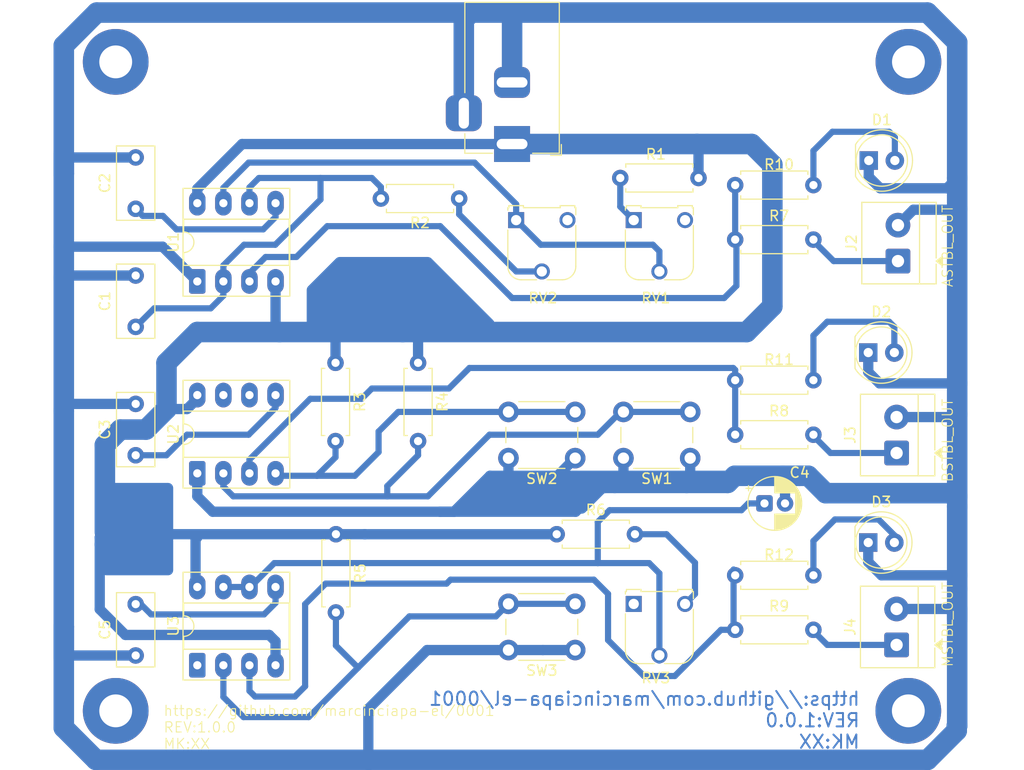
<source format=kicad_pcb>
(kicad_pcb (version 20241229) (generator "pcbnew") (generator_version "9.0")
  (title_block (title "${PROJECTNAME}") (date "${CURRENT_DATE}") (rev "${VERSION}") (company "${GH_REPO}"))
  (layers (0 "F.Cu" signal) (2 "B.Cu" signal) (13 "F.Paste" user) (15 "B.Paste" user) (5 "F.SilkS" user "F.Silkscreen") (7 "B.SilkS" user "B.Silkscreen") (1 "F.Mask" user) (3 "B.Mask" user) (25 "Edge.Cuts" user))
  (property "GH_REPO" "https://github.com/marcinciapa-el/0001")
  (property "VERSION" "1.0.0")
  (net 0 "")
  (net 1 "GND")
  (net 2 "Net-(U1-THR)")
  (net 3 "Net-(U1-CV)")
  (net 4 "Net-(U2-CV)")
  (net 5 "Net-(U3-DIS)")
  (net 6 "Net-(U3-CV)")
  (net 7 "VCC")
  (net 8 "/ASTBL_OUT")
  (net 9 "/BSTBL_OUT")
  (net 10 "/MSTBL_OUT")
  (net 11 "Net-(R1-Pad2)")
  (net 12 "Net-(R2-Pad1)")
  (net 13 "Net-(U2-R)")
  (net 14 "Net-(U2-TR)")
  (net 15 "Net-(U3-TR)")
  (net 16 "Net-(R6-Pad2)")
  (net 17 "Net-(U1-Q)")
  (net 18 "Net-(U2-Q)")
  (net 19 "Net-(U3-Q)")
  (net 20 "Net-(U1-DIS)")
  (net 26 "Net-(D1-A)")
  (net 27 "Net-(D2-A)")
  (net 28 "Net-(D3-A)")
  (footprint "Resistor_THT:R_Axial_DIN0207_L6.3mm_D2.5mm_P7.62mm_Horizontal" (layer "F.Cu") (at 166.725683 83.308634)
    (property "Reference" "R7" (at 4.274317 -2.308634 0) (layer "F.SilkS"))
    (property "Value" "1k")
    (pad "1" thru_hole circle (at 0 0) (size 1.6 1.6) (drill 0.8) (layers "*.Cu" "*.Mask") (net 17 "Net-(U1-Q)"))
    (pad "2" thru_hole circle (at 7.62 0) (size 1.6 1.6) (drill 0.8) (layers "*.Cu" "*.Mask") (net 8 "/ASTBL_OUT"))
  )
  (footprint "Potentiometer_THT:Potentiometer_Runtron_RM-065_Vertical" (layer "F.Cu") (at 156.845683 81.410595)
    (property "Reference" "RV1" (at 2.154317 7.589405 0) (layer "F.SilkS"))
    (property "Value" "1M")
    (pad "1" thru_hole rect (at 0 0) (size 1.56 1.56) (drill 1) (layers "*.Cu" "*.Mask") (net 11 "Net-(R1-Pad2)"))
    (pad "2" thru_hole circle (at 2.5 5) (size 1.56 1.56) (drill 1) (layers "*.Cu" "*.Mask") (net 20 "Net-(U1-DIS)"))
    (pad "3" thru_hole circle (at 5 0) (size 1.56 1.56) (drill 1) (layers "*.Cu" "*.Mask"))
  )
  (footprint "LED_THT:LED_D5.0mm" (layer "F.Cu") (at 179.685683 112.808634)
    (property "Reference" "D3" (at 1.27 -3.96 0) (layer "F.SilkS"))
    (property "Value" "YELLOW")
    (pad "1" thru_hole rect (at 0 0) (size 1.8 1.8) (drill 0.9) (layers "*.Cu" "*.Mask") (net 1 "GND"))
    (pad "2" thru_hole circle (at 2.54 0) (size 1.8 1.8) (drill 0.9) (layers "*.Cu" "*.Mask") (net 28 "Net-(D3-A)"))
  )
  (footprint "LED_THT:LED_D5.0mm" (layer "F.Cu") (at 179.735415 75.606687)
    (property "Reference" "D1" (at 1.27 -3.96 0) (layer "F.SilkS"))
    (property "Value" "RED")
    (pad "1" thru_hole rect (at 0 0) (size 1.8 1.8) (drill 0.9) (layers "*.Cu" "*.Mask") (net 1 "GND"))
    (pad "2" thru_hole circle (at 2.54 0) (size 1.8 1.8) (drill 0.9) (layers "*.Cu" "*.Mask") (net 26 "Net-(D1-A)"))
  )
  (footprint "Capacitor_THT:C_Rect_L7.0mm_W3.5mm_P5.00mm" (layer "F.Cu") (at 108.345683 118.808634 -90)
    (property "Reference" "C5" (at 2.5 3 90) (layer "F.SilkS"))
    (property "Value" "10nF")
    (pad "1" thru_hole circle (at 0 0 270) (size 1.6 1.6) (drill 0.8) (layers "*.Cu" "*.Mask") (net 6 "Net-(U3-CV)"))
    (pad "2" thru_hole circle (at 5 0 270) (size 1.6 1.6) (drill 0.8) (layers "*.Cu" "*.Mask") (net 1 "GND"))
  )
  (footprint "Resistor_THT:R_Axial_DIN0207_L6.3mm_D2.5mm_P7.62mm_Horizontal" (layer "F.Cu") (at 127.805798 95.308633 -90)
    (property "Reference" "R3" (at 3.81 -2.37 90) (layer "F.SilkS"))
    (property "Value" "10k")
    (pad "1" thru_hole circle (at 0 0 270) (size 1.6 1.6) (drill 0.8) (layers "*.Cu" "*.Mask") (net 7 "VCC"))
    (pad "2" thru_hole circle (at 7.62 0 270) (size 1.6 1.6) (drill 0.8) (layers "*.Cu" "*.Mask") (net 13 "Net-(U2-R)"))
  )
  (footprint "Button_Switch_THT:SW_PUSH_6mm_H4.3mm" (layer "F.Cu") (at 151.146456 123.278517 180)
    (property "Reference" "SW3" (at 3.25 -2 0) (layer "F.SilkS"))
    (property "Value" "SW_Push")
    (pad "1" thru_hole circle (at 0 0 270) (size 2 2) (drill 1.1) (layers "*.Cu" "*.Mask") (net 1 "GND"))
    (pad "1" thru_hole circle (at 6.5 0 270) (size 2 2) (drill 1.1) (layers "*.Cu" "*.Mask") (net 1 "GND"))
    (pad "2" thru_hole circle (at 0 4.5 270) (size 2 2) (drill 1.1) (layers "*.Cu" "*.Mask") (net 15 "Net-(U3-TR)"))
    (pad "2" thru_hole circle (at 6.5 4.5 270) (size 2 2) (drill 1.1) (layers "*.Cu" "*.Mask") (net 15 "Net-(U3-TR)"))
  )
  (footprint "TerminalBlock_4Ucon:TerminalBlock_4Ucon_1x02_P3.50mm_Horizontal" (layer "F.Cu") (at 182.446929 104.089556 90)
    (property "Reference" "J3" (at 1.75 -4.52 90) (layer "F.SilkS"))
    (property "Value" "BSTBL_OUT")
    (pad "1" thru_hole roundrect (at 0 0 90) (size 2.4 2.4) (drill 1.2) (layers "*.Cu" "*.Mask") (roundrect_rratio 0.104167) (net 9 "/BSTBL_OUT"))
    (pad "2" thru_hole circle (at 3.5 0 90) (size 2.4 2.4) (drill 1.2) (layers "*.Cu" "*.Mask") (net 1 "GND"))
  )
  (footprint "Resistor_THT:R_Axial_DIN0207_L6.3mm_D2.5mm_P7.62mm_Horizontal" (layer "F.Cu") (at 139.845683 79.308634 180)
    (property "Reference" "R2" (at 3.81 -2.37 0) (layer "F.SilkS"))
    (property "Value" "1k")
    (pad "1" thru_hole circle (at 0 0 180) (size 1.6 1.6) (drill 0.8) (layers "*.Cu" "*.Mask") (net 12 "Net-(R2-Pad1)"))
    (pad "2" thru_hole circle (at 7.62 0 180) (size 1.6 1.6) (drill 0.8) (layers "*.Cu" "*.Mask") (net 2 "Net-(U1-THR)"))
  )
  (footprint "Resistor_THT:R_Axial_DIN0207_L6.3mm_D2.5mm_P7.62mm_Horizontal" (layer "F.Cu") (at 149.345683 112)
    (property "Reference" "R6" (at 3.81 -2.37 0) (layer "F.SilkS"))
    (property "Value" "1k")
    (pad "1" thru_hole circle (at 0 0) (size 1.6 1.6) (drill 0.8) (layers "*.Cu" "*.Mask") (net 7 "VCC"))
    (pad "2" thru_hole circle (at 7.62 0) (size 1.6 1.6) (drill 0.8) (layers "*.Cu" "*.Mask") (net 16 "Net-(R6-Pad2)"))
  )
  (footprint "Resistor_THT:R_Axial_DIN0207_L6.3mm_D2.5mm_P7.62mm_Horizontal" (layer "F.Cu") (at 166.725683 116)
    (property "Reference" "R12" (at 4.274317 -2 0) (layer "F.SilkS"))
    (property "Value" "10k")
    (pad "1" thru_hole circle (at 0 0) (size 1.6 1.6) (drill 0.8) (layers "*.Cu" "*.Mask") (net 19 "Net-(U3-Q)"))
    (pad "2" thru_hole circle (at 7.62 0) (size 1.6 1.6) (drill 0.8) (layers "*.Cu" "*.Mask") (net 28 "Net-(D3-A)"))
  )
  (footprint "Resistor_THT:R_Axial_DIN0207_L6.3mm_D2.5mm_P7.62mm_Horizontal" (layer "F.Cu") (at 166.725683 102.308634)
    (property "Reference" "R8" (at 4.274317 -2.308634 0) (layer "F.SilkS"))
    (property "Value" "1k")
    (pad "1" thru_hole circle (at 0 0) (size 1.6 1.6) (drill 0.8) (layers "*.Cu" "*.Mask") (net 18 "Net-(U2-Q)"))
    (pad "2" thru_hole circle (at 7.62 0) (size 1.6 1.6) (drill 0.8) (layers "*.Cu" "*.Mask") (net 9 "/BSTBL_OUT"))
  )
  (footprint "Resistor_THT:R_Axial_DIN0207_L6.3mm_D2.5mm_P7.62mm_Horizontal" (layer "F.Cu") (at 166.725683 78)
    (property "Reference" "R10" (at 4.274317 -2 0) (layer "F.SilkS"))
    (property "Value" "10k")
    (pad "1" thru_hole circle (at 0 0) (size 1.6 1.6) (drill 0.8) (layers "*.Cu" "*.Mask") (net 17 "Net-(U1-Q)"))
    (pad "2" thru_hole circle (at 7.62 0) (size 1.6 1.6) (drill 0.8) (layers "*.Cu" "*.Mask") (net 26 "Net-(D1-A)"))
  )
  (footprint "Resistor_THT:R_Axial_DIN0207_L6.3mm_D2.5mm_P7.62mm_Horizontal" (layer "F.Cu") (at 166.725683 97)
    (property "Reference" "R11" (at 4.274317 -2 0) (layer "F.SilkS"))
    (property "Value" "10k")
    (pad "1" thru_hole circle (at 0 0) (size 1.6 1.6) (drill 0.8) (layers "*.Cu" "*.Mask") (net 18 "Net-(U2-Q)"))
    (pad "2" thru_hole circle (at 7.62 0) (size 1.6 1.6) (drill 0.8) (layers "*.Cu" "*.Mask") (net 27 "Net-(D2-A)"))
  )
  (footprint "Button_Switch_THT:SW_PUSH_6mm_H4.3mm" (layer "F.Cu") (at 162.345683 104.589556 180)
    (property "Reference" "SW1" (at 3.25 -2 0) (layer "F.SilkS"))
    (property "Value" "SW_Push")
    (pad "1" thru_hole circle (at 0 0 270) (size 2 2) (drill 1.1) (layers "*.Cu" "*.Mask") (net 1 "GND"))
    (pad "1" thru_hole circle (at 6.5 0 270) (size 2 2) (drill 1.1) (layers "*.Cu" "*.Mask") (net 1 "GND"))
    (pad "2" thru_hole circle (at 0 4.5 270) (size 2 2) (drill 1.1) (layers "*.Cu" "*.Mask") (net 14 "Net-(U2-TR)"))
    (pad "2" thru_hole circle (at 6.5 4.5 270) (size 2 2) (drill 1.1) (layers "*.Cu" "*.Mask") (net 14 "Net-(U2-TR)"))
  )
  (footprint "Package_DIP:DIP-8_W7.62mm_Socket_LongPads" (layer "F.Cu") (at 114.345683 106.069233 90)
    (property "Reference" "U2" (at 3.81 -2.33 90) (layer "F.SilkS"))
    (property "Value" "NE555P")
    (pad "1" thru_hole roundrect (at 0 0 90) (size 2.4 1.6) (drill 0.8) (layers "*.Cu" "*.Mask") (roundrect_rratio 0.15625) (net 1 "GND"))
    (pad "2" thru_hole oval (at 0 2.54 90) (size 2.4 1.6) (drill 0.8) (layers "*.Cu" "*.Mask") (net 14 "Net-(U2-TR)"))
    (pad "3" thru_hole oval (at 0 5.08 90) (size 2.4 1.6) (drill 0.8) (layers "*.Cu" "*.Mask") (net 18 "Net-(U2-Q)"))
    (pad "4" thru_hole oval (at 0 7.62 90) (size 2.4 1.6) (drill 0.8) (layers "*.Cu" "*.Mask") (net 13 "Net-(U2-R)"))
    (pad "5" thru_hole oval (at 7.62 7.62 90) (size 2.4 1.6) (drill 0.8) (layers "*.Cu" "*.Mask") (net 4 "Net-(U2-CV)"))
    (pad "6" thru_hole oval (at 7.62 5.08 90) (size 2.4 1.6) (drill 0.8) (layers "*.Cu" "*.Mask"))
    (pad "7" thru_hole oval (at 7.62 2.54 90) (size 2.4 1.6) (drill 0.8) (layers "*.Cu" "*.Mask"))
    (pad "8" thru_hole oval (at 7.62 0 90) (size 2.4 1.6) (drill 0.8) (layers "*.Cu" "*.Mask") (net 7 "VCC"))
  )
  (footprint "Connector_BarrelJack:BarrelJack_Horizontal" (layer "F.Cu") (at 145 74 -90)
    (property "Reference" "J1" (hide yes))
    (property "Value" "DC_IN")
    (pad "1" thru_hole rect (at 0 0 270) (size 3.5 3.5) (drill oval 1 3) (layers "*.Cu" "*.Mask") (net 7 "VCC"))
    (pad "2" thru_hole roundrect (at -6 0 270) (size 3 3.5) (drill oval 1 3) (layers "*.Cu" "*.Mask") (net 1 "GND"))
    (pad "3" thru_hole roundrect (at -3 4.7 270) (size 3.5 3.5) (drill oval 3 1) (layers "*.Cu" "*.Mask") (net 1 "GND"))
  )
  (footprint "Resistor_THT:R_Axial_DIN0207_L6.3mm_D2.5mm_P7.62mm_Horizontal" (layer "F.Cu") (at 166.725683 121.308634)
    (property "Reference" "R9" (at 4.274317 -2.308634 0) (layer "F.SilkS"))
    (property "Value" "1k")
    (pad "1" thru_hole circle (at 0 0) (size 1.6 1.6) (drill 0.8) (layers "*.Cu" "*.Mask") (net 19 "Net-(U3-Q)"))
    (pad "2" thru_hole circle (at 7.62 0) (size 1.6 1.6) (drill 0.8) (layers "*.Cu" "*.Mask") (net 10 "/MSTBL_OUT"))
  )
  (footprint "TerminalBlock_4Ucon:TerminalBlock_4Ucon_1x02_P3.50mm_Horizontal" (layer "F.Cu") (at 182.57862 85.400595 90)
    (property "Reference" "J2" (at 1.75 -4.52 90) (layer "F.SilkS"))
    (property "Value" "ASTBL_OUT")
    (pad "1" thru_hole roundrect (at 0 0 90) (size 2.4 2.4) (drill 1.2) (layers "*.Cu" "*.Mask") (roundrect_rratio 0.104167) (net 8 "/ASTBL_OUT"))
    (pad "2" thru_hole circle (at 3.5 0 90) (size 2.4 2.4) (drill 1.2) (layers "*.Cu" "*.Mask") (net 1 "GND"))
  )
  (footprint "TerminalBlock_4Ucon:TerminalBlock_4Ucon_1x02_P3.50mm_Horizontal" (layer "F.Cu") (at 182.446929 122.778517 90)
    (property "Reference" "J4" (at 1.75 -4.52 90) (layer "F.SilkS"))
    (property "Value" "MSTBL_OUT")
    (pad "1" thru_hole roundrect (at 0 0 90) (size 2.4 2.4) (drill 1.2) (layers "*.Cu" "*.Mask") (roundrect_rratio 0.104167) (net 10 "/MSTBL_OUT"))
    (pad "2" thru_hole circle (at 3.5 0 90) (size 2.4 2.4) (drill 1.2) (layers "*.Cu" "*.Mask") (net 1 "GND"))
  )
  (footprint "LED_THT:LED_D5.0mm" (layer "F.Cu") (at 179.685683 94.308634)
    (property "Reference" "D2" (at 1.27 -3.96 0) (layer "F.SilkS"))
    (property "Value" "GREEN")
    (pad "1" thru_hole rect (at 0 0) (size 1.8 1.8) (drill 0.9) (layers "*.Cu" "*.Mask") (net 1 "GND"))
    (pad "2" thru_hole circle (at 2.54 0) (size 1.8 1.8) (drill 0.9) (layers "*.Cu" "*.Mask") (net 27 "Net-(D2-A)"))
  )
  (footprint "MountingHole:MountingHole_3.2mm_M3_Pad" (layer "F.Cu") (at 183.6 66)
    (property "Reference" "REF**" (hide yes))
    (property "Value" "MountingHole_3.2mm_M3_Pad")
    (pad "1" thru_hole circle (at 0 0) (size 6.4 6.4) (drill 3.2) (layers "*.Cu" "*.Mask"))
  )
  (footprint "Capacitor_THT:C_Rect_L7.0mm_W3.5mm_P5.00mm" (layer "F.Cu") (at 108.345683 104.308634 90)
    (property "Reference" "C3" (at 2.5 -3 90) (layer "F.SilkS"))
    (property "Value" "10nF")
    (pad "1" thru_hole circle (at 0 0 90) (size 1.6 1.6) (drill 0.8) (layers "*.Cu" "*.Mask") (net 4 "Net-(U2-CV)"))
    (pad "2" thru_hole circle (at 5 0 90) (size 1.6 1.6) (drill 0.8) (layers "*.Cu" "*.Mask") (net 1 "GND"))
  )
  (footprint "Button_Switch_THT:SW_PUSH_6mm_H4.3mm" (layer "F.Cu") (at 151.146456 104.589556 180)
    (property "Reference" "SW2" (at 3.25 -2 0) (layer "F.SilkS"))
    (property "Value" "SW_Push")
    (pad "1" thru_hole circle (at 0 0 270) (size 2 2) (drill 1.1) (layers "*.Cu" "*.Mask") (net 1 "GND"))
    (pad "1" thru_hole circle (at 6.5 0 270) (size 2 2) (drill 1.1) (layers "*.Cu" "*.Mask") (net 1 "GND"))
    (pad "2" thru_hole circle (at 0 4.5 270) (size 2 2) (drill 1.1) (layers "*.Cu" "*.Mask") (net 13 "Net-(U2-R)"))
    (pad "2" thru_hole circle (at 6.5 4.5 270) (size 2 2) (drill 1.1) (layers "*.Cu" "*.Mask") (net 13 "Net-(U2-R)"))
  )
  (footprint "MountingHole:MountingHole_3.2mm_M3_Pad" (layer "F.Cu") (at 106.4 129.199058)
    (property "Reference" "REF**" (hide yes))
    (property "Value" "MountingHole_3.2mm_M3_Pad")
    (pad "1" thru_hole circle (at 0 0) (size 6.4 6.4) (drill 3.2) (layers "*.Cu" "*.Mask"))
  )
  (footprint "Resistor_THT:R_Axial_DIN0207_L6.3mm_D2.5mm_P7.62mm_Horizontal" (layer "F.Cu") (at 163.155683 77.308634 180)
    (property "Reference" "R1" (at 4.155683 2.308634 0) (layer "F.SilkS"))
    (property "Value" "1k")
    (pad "1" thru_hole circle (at 0 0 180) (size 1.6 1.6) (drill 0.8) (layers "*.Cu" "*.Mask") (net 7 "VCC"))
    (pad "2" thru_hole circle (at 7.62 0 180) (size 1.6 1.6) (drill 0.8) (layers "*.Cu" "*.Mask") (net 11 "Net-(R1-Pad2)"))
  )
  (footprint "Package_DIP:DIP-8_W7.62mm_Socket_LongPads" (layer "F.Cu") (at 114.345683 124.758194 90)
    (property "Reference" "U3" (at 3.81 -2.33 90) (layer "F.SilkS"))
    (property "Value" "NE555P")
    (pad "1" thru_hole roundrect (at 0 0 90) (size 2.4 1.6) (drill 0.8) (layers "*.Cu" "*.Mask") (roundrect_rratio 0.15625) (net 1 "GND"))
    (pad "2" thru_hole oval (at 0 2.54 90) (size 2.4 1.6) (drill 0.8) (layers "*.Cu" "*.Mask") (net 15 "Net-(U3-TR)"))
    (pad "3" thru_hole oval (at 0 5.08 90) (size 2.4 1.6) (drill 0.8) (layers "*.Cu" "*.Mask") (net 19 "Net-(U3-Q)"))
    (pad "4" thru_hole oval (at 0 7.62 90) (size 2.4 1.6) (drill 0.8) (layers "*.Cu" "*.Mask") (net 7 "VCC"))
    (pad "5" thru_hole oval (at 7.62 7.62 90) (size 2.4 1.6) (drill 0.8) (layers "*.Cu" "*.Mask") (net 6 "Net-(U3-CV)"))
    (pad "6" thru_hole oval (at 7.62 5.08 90) (size 2.4 1.6) (drill 0.8) (layers "*.Cu" "*.Mask") (net 5 "Net-(U3-DIS)"))
    (pad "7" thru_hole oval (at 7.62 2.54 90) (size 2.4 1.6) (drill 0.8) (layers "*.Cu" "*.Mask") (net 5 "Net-(U3-DIS)"))
    (pad "8" thru_hole oval (at 7.62 0 90) (size 2.4 1.6) (drill 0.8) (layers "*.Cu" "*.Mask") (net 7 "VCC"))
  )
  (footprint "MountingHole:MountingHole_3.2mm_M3_Pad" (layer "F.Cu") (at 106.4 66)
    (property "Reference" "REF**" (hide yes))
    (property "Value" "MountingHole_3.2mm_M3_Pad")
    (pad "1" thru_hole circle (at 0 0) (size 6.4 6.4) (drill 3.2) (layers "*.Cu" "*.Mask"))
  )
  (footprint "Package_DIP:DIP-8_W7.62mm_Socket_LongPads" (layer "F.Cu") (at 114.345683 87.380272 90)
    (property "Reference" "U1" (at 3.81 -2.33 90) (layer "F.SilkS"))
    (property "Value" "NE555P")
    (pad "1" thru_hole roundrect (at 0 0 90) (size 2.4 1.6) (drill 0.8) (layers "*.Cu" "*.Mask") (roundrect_rratio 0.15625) (net 1 "GND"))
    (pad "2" thru_hole oval (at 0 2.54 90) (size 2.4 1.6) (drill 0.8) (layers "*.Cu" "*.Mask") (net 2 "Net-(U1-THR)"))
    (pad "3" thru_hole oval (at 0 5.08 90) (size 2.4 1.6) (drill 0.8) (layers "*.Cu" "*.Mask") (net 17 "Net-(U1-Q)"))
    (pad "4" thru_hole oval (at 0 7.62 90) (size 2.4 1.6) (drill 0.8) (layers "*.Cu" "*.Mask") (net 7 "VCC"))
    (pad "5" thru_hole oval (at 7.62 7.62 90) (size 2.4 1.6) (drill 0.8) (layers "*.Cu" "*.Mask") (net 3 "Net-(U1-CV)"))
    (pad "6" thru_hole oval (at 7.62 5.08 90) (size 2.4 1.6) (drill 0.8) (layers "*.Cu" "*.Mask") (net 2 "Net-(U1-THR)"))
    (pad "7" thru_hole oval (at 7.62 2.54 90) (size 2.4 1.6) (drill 0.8) (layers "*.Cu" "*.Mask") (net 20 "Net-(U1-DIS)"))
    (pad "8" thru_hole oval (at 7.62 0 90) (size 2.4 1.6) (drill 0.8) (layers "*.Cu" "*.Mask") (net 7 "VCC"))
  )
  (footprint "Potentiometer_THT:Potentiometer_Runtron_RM-065_Vertical" (layer "F.Cu") (at 145.396456 81.410595)
    (property "Reference" "RV2" (at 2.603544 7.589405 0) (layer "F.SilkS"))
    (property "Value" "1M")
    (pad "1" thru_hole rect (at 0 0) (size 1.56 1.56) (drill 1) (layers "*.Cu" "*.Mask") (net 20 "Net-(U1-DIS)"))
    (pad "2" thru_hole circle (at 2.5 5) (size 1.56 1.56) (drill 1) (layers "*.Cu" "*.Mask") (net 12 "Net-(R2-Pad1)"))
    (pad "3" thru_hole circle (at 5 0) (size 1.56 1.56) (drill 1) (layers "*.Cu" "*.Mask"))
  )
  (footprint "Capacitor_THT:C_Rect_L7.0mm_W3.5mm_P5.00mm" (layer "F.Cu") (at 108.345683 80.308634 90)
    (property "Reference" "C2" (at 2.5 -3 90) (layer "F.SilkS"))
    (property "Value" "10nF")
    (pad "1" thru_hole circle (at 0 0 90) (size 1.6 1.6) (drill 0.8) (layers "*.Cu" "*.Mask") (net 3 "Net-(U1-CV)"))
    (pad "2" thru_hole circle (at 5 0 90) (size 1.6 1.6) (drill 0.8) (layers "*.Cu" "*.Mask") (net 1 "GND"))
  )
  (footprint "Resistor_THT:R_Axial_DIN0207_L6.3mm_D2.5mm_P7.62mm_Horizontal" (layer "F.Cu") (at 127.845683 111.998634 -90)
    (property "Reference" "R5" (at 3.81 -2.37 90) (layer "F.SilkS"))
    (property "Value" "10k")
    (pad "1" thru_hole circle (at 0 0 270) (size 1.6 1.6) (drill 0.8) (layers "*.Cu" "*.Mask") (net 7 "VCC"))
    (pad "2" thru_hole circle (at 7.62 0 270) (size 1.6 1.6) (drill 0.8) (layers "*.Cu" "*.Mask") (net 15 "Net-(U3-TR)"))
  )
  (footprint "Capacitor_THT:C_Rect_L7.0mm_W3.5mm_P5.00mm" (layer "F.Cu") (at 108.345683 91.808634 90)
    (property "Reference" "C1" (at 2.5 -3 90) (layer "F.SilkS"))
    (property "Value" "470nF")
    (pad "1" thru_hole circle (at 0 0 90) (size 1.6 1.6) (drill 0.8) (layers "*.Cu" "*.Mask") (net 2 "Net-(U1-THR)"))
    (pad "2" thru_hole circle (at 5 0 90) (size 1.6 1.6) (drill 0.8) (layers "*.Cu" "*.Mask") (net 1 "GND"))
  )
  (footprint "Resistor_THT:R_Axial_DIN0207_L6.3mm_D2.5mm_P7.62mm_Horizontal" (layer "F.Cu") (at 135.845683 95.308634 -90)
    (property "Reference" "R4" (at 3.81 -2.37 90) (layer "F.SilkS"))
    (property "Value" "10k")
    (pad "1" thru_hole circle (at 0 0 270) (size 1.6 1.6) (drill 0.8) (layers "*.Cu" "*.Mask") (net 7 "VCC"))
    (pad "2" thru_hole circle (at 7.62 0 270) (size 1.6 1.6) (drill 0.8) (layers "*.Cu" "*.Mask") (net 14 "Net-(U2-TR)"))
  )
  (footprint "Capacitor_THT:CP_Radial_D5.0mm_P2.00mm" (layer "F.Cu") (at 169.580571 109)
    (property "Reference" "C4" (at 3.419429 -3 0) (layer "F.SilkS"))
    (property "Value" "22uF")
    (pad "1" thru_hole roundrect (at 0 0) (size 1.6 1.6) (drill 0.8) (layers "*.Cu" "*.Mask") (roundrect_rratio 0.15625) (net 5 "Net-(U3-DIS)"))
    (pad "2" thru_hole circle (at 2 0) (size 1.6 1.6) (drill 0.8) (layers "*.Cu" "*.Mask") (net 1 "GND"))
  )
  (footprint "Potentiometer_THT:Potentiometer_Runtron_RM-065_Vertical" (layer "F.Cu") (at 156.845683 118.788517)
    (property "Reference" "RV3" (at 2.154317 7.211483 0) (layer "F.SilkS"))
    (property "Value" "1M")
    (pad "1" thru_hole rect (at 0 0) (size 1.56 1.56) (drill 1) (layers "*.Cu" "*.Mask"))
    (pad "2" thru_hole circle (at 2.5 5) (size 1.56 1.56) (drill 1) (layers "*.Cu" "*.Mask") (net 5 "Net-(U3-DIS)"))
    (pad "3" thru_hole circle (at 5 0) (size 1.56 1.56) (drill 1) (layers "*.Cu" "*.Mask") (net 16 "Net-(R6-Pad2)"))
  )
  (footprint "MountingHole:MountingHole_3.2mm_M3_Pad" (layer "F.Cu") (at 183.587569 129.199058)
    (property "Reference" "REF**" (hide yes))
    (property "Value" "MountingHole_3.2mm_M3_Pad")
    (pad "1" thru_hole circle (at 0 0) (size 6.4 6.4) (drill 3.2) (layers "*.Cu" "*.Mask"))
  )
  (gr_text "${GH_REPO}\nREV:${VERSION}\nMK:XX" (at 178.956088 132.975496 0) (layer "B.Cu") (effects (font (size 1.3 1.3) (thickness 0.1875)) (justify left bottom mirror)))
  (gr_text "MSTBL_OUT" (at 188 125 90) (layer "F.SilkS") (effects (font (size 1 1) (thickness 0.1)) (justify left bottom)))
  (gr_text "BSTBL_OUT" (at 188 107 90) (layer "F.SilkS") (effects (font (size 1 1) (thickness 0.1)) (justify left bottom)))
  (gr_text "ASTBL_OUT" (at 188 88 90) (layer "F.SilkS") (effects (font (size 1 1) (thickness 0.1)) (justify left bottom)))
  (gr_text "${GH_REPO}\nREV:${VERSION}\nMK:XX" (at 111 133 0) (layer "F.SilkS") (effects (font (size 1 1) (thickness 0.1)) (justify left bottom)))
  (segment (start 138 109.808634) (end 139.345683 109.808634) (width 1) (layer "B.Cu") (net 1))
  (segment (start 110.965411 84) (end 101.345683 84) (width 1) (layer "B.Cu") (net 1))
  (segment (start 151.146456 104.589556) (end 149 106.736012) (width 1) (layer "B.Cu") (net 1))
  (segment (start 182.446929 119.278517) (end 188.315566 119.278517) (width 1) (layer "B.Cu") (net 1))
  (segment (start 101.537049 123.808634) (end 101.345683 124) (width 1) (layer "B.Cu") (net 1))
  (segment (start 188.345683 97.308634) (end 188.345683 80.308634) (width 2) (layer "B.Cu") (net 1))
  (segment (start 102.037049 99.308634) (end 101.345683 100) (width 1) (layer "B.Cu") (net 1))
  (segment (start 131 129) (end 131 133.973046) (width 1) (layer "B.Cu") (net 1))
  (segment (start 115.845683 109.808634) (end 138 109.808634) (width 1) (layer "B.Cu") (net 1))
  (segment (start 154 107) (end 149 107) (width 2) (layer "B.Cu") (net 1))
  (segment (start 171.580571 106.543522) (end 171.345683 106.308634) (width 1) (layer "B.Cu") (net 1))
  (segment (start 188.301 130.699) (end 188.345683 130.654317) (width 2) (layer "B.Cu") (net 1))
  (segment (start 175.537049 108) (end 173.845683 106.308634) (width 2) (layer "B.Cu") (net 1))
  (segment (start 139.345683 109.808634) (end 142.845683 106.308634) (width 1) (layer "B.Cu") (net 1))
  (segment (start 182.446929 100.589556) (end 188.064761 100.589556) (width 1) (layer "B.Cu") (net 1))
  (segment (start 180.977049 116) (end 188.345683 116) (width 1) (layer "B.Cu") (net 1))
  (segment (start 188.345683 64.097465) (end 185.447029 61.198811) (width 2) (layer "B.Cu") (net 1))
  (segment (start 188.345683 120.308634) (end 188.345683 119.308634) (width 2) (layer "B.Cu") (net 1))
  (segment (start 188.345683 77.308634) (end 188.345683 64.097465) (width 2) (layer "B.Cu") (net 1))
  (segment (start 101.345683 124) (end 101.345683 121) (width 2) (layer "B.Cu") (net 1))
  (segment (start 108.345683 123.808634) (end 101.537049 123.808634) (width 1) (layer "B.Cu") (net 1))
  (segment (start 151.191366 109.808634) (end 154 107) (width 1) (layer "B.Cu") (net 1))
  (segment (start 188.345683 117.308634) (end 188.345683 116) (width 2) (layer "B.Cu") (net 1))
  (segment (start 166.691366 106.308634) (end 171.345683 106.308634) (width 2) (layer "B.Cu") (net 1))
  (segment (start 188.345683 108.308634) (end 188.037049 108) (width 2) (layer "B.Cu") (net 1))
  (segment (start 188.345683 119.308634) (end 188.345683 117.308634) (width 2) (layer "B.Cu") (net 1))
  (segment (start 162.345683 106.654317) (end 162 107) (width 1) (layer "B.Cu") (net 1))
  (segment (start 141 61.198811) (end 104.552971 61.198811) (width 2) (layer "B.Cu") (net 1))
  (segment (start 104.552971 61.198811) (end 101.345683 64.406099) (width 2) (layer "B.Cu") (net 1))
  (segment (start 155 107) (end 154 107) (width 2) (layer "B.Cu") (net 1))
  (segment (start 188.301 131.133845) (end 188.301 130.699) (width 2) (layer "B.Cu") (net 1))
  (segment (start 166 107) (end 162 107) (width 2) (layer "B.Cu") (net 1))
  (segment (start 180.785683 97.308634) (end 188.345683 97.308634) (width 1) (layer "B.Cu") (net 1))
  (segment (start 114.345683 108.308634) (end 115.845683 109.808634) (width 1) (layer "B.Cu") (net 1))
  (segment (start 140 70.7) (end 140.3 71) (width 2) (layer "B.Cu") (net 1))
  (segment (start 108.345683 75.308634) (end 101.654317 75.308634) (width 1) (layer "B.Cu") (net 1))
  (segment (start 101.345683 121) (end 101.345683 130.845683) (width 2) (layer "B.Cu") (net 1))
  (segment (start 188.253722 80.400595) (end 188.345683 80.308634) (width 1) (layer "B.Cu") (net 1))
  (segment (start 136.721483 123.278517) (end 131 129) (width 1) (layer "B.Cu") (net 1))
  (segment (start 187.8758 120.778517) (end 188.345683 120.308634) (width 1) (layer "B.Cu") (net 1))
  (segment (start 101.345683 130.845683) (end 104.473046 133.973046) (width 2) (layer "B.Cu") (net 1))
  (segment (start 151.146456 123.278517) (end 148 123.278517) (width 1) (layer "B.Cu") (net 1))
  (segment (start 144.646456 106.308634) (end 144.646456 104.589556) (width 1) (layer "B.Cu") (net 1))
  (segment (start 180.845683 78.308634) (end 187.345683 78.308634) (width 1) (layer "B.Cu") (net 1))
  (segment (start 188.315566 119.278517) (end 188.345683 119.308634) (width 1) (layer "B.Cu") (net 1))
  (segment (start 179.685683 112.808634) (end 179.685683 114.708634) (width 1) (layer "B.Cu") (net 1))
  (segment (start 155.845683 104.589556) (end 155.845683 106.154317) (width 1) (layer "B.Cu") (net 1))
  (segment (start 173 106.308634) (end 171.345683 106.308634) (width 2) (layer "B.Cu") (net 1))
  (segment (start 188.345683 108.308634) (end 188.345683 100.308634) (width 2) (layer "B.Cu") (net 1))
  (segment (start 114.345683 87.380272) (end 110.965411 84) (width 1) (layer "B.Cu") (net 1))
  (segment (start 149 106.736012) (end 149 107) (width 1) (layer "B.Cu") (net 1))
  (segment (start 162 107) (end 155 107) (width 2) (layer "B.Cu") (net 1))
  (segment (start 179.685683 96.208634) (end 180.785683 97.308634) (width 1) (layer "B.Cu") (net 1))
  (segment (start 138 109.808634) (end 151.191366 109.808634) (width 1) (layer "B.Cu") (net 1))
  (segment (start 155.845683 106.154317) (end 155 107) (width 1) (layer "B.Cu") (net 1))
  (segment (start 101.345683 84) (end 101.345683 76.9) (width 2) (layer "B.Cu") (net 1))
  (segment (start 101.654317 75.308634) (end 101.345683 75) (width 1) (layer "B.Cu") (net 1))
  (segment (start 187.345683 78.308634) (end 188.345683 77.308634) (width 1) (layer "B.Cu") (net 1))
  (segment (start 184.07862 80.400595) (end 188.253722 80.400595) (width 1) (layer "B.Cu") (net 1))
  (segment (start 108.345683 86.808634) (end 101.537049 86.808634) (width 1) (layer "B.Cu") (net 1))
  (segment (start 101.345683 64.406099) (end 101.345683 76.9) (width 2) (layer "B.Cu") (net 1))
  (segment (start 179.735415 75.606687) (end 179.735415 77.198366) (width 1) (layer "B.Cu") (net 1))
  (segment (start 101.345683 87) (end 101.345683 84) (width 2) (layer "B.Cu") (net 1))
  (segment (start 101.345683 76.9) (end 101.345683 75) (width 2) (layer "B.Cu") (net 1))
  (segment (start 114.345683 106.069233) (end 114.345683 108.308634) (width 1) (layer "B.Cu") (net 1))
  (segment (start 179.735415 77.198366) (end 180.845683 78.308634) (width 1) (layer "B.Cu") (net 1))
  (segment (start 171.580571 109) (end 171.580571 106.543522) (width 1) (layer "B.Cu") (net 1))
  (segment (start 131 133.973046) (end 185.461799 133.973046) (width 2) (layer "B.Cu") (net 1))
  (segment (start 188.345683 130.654317) (end 188.345683 119.308634) (width 2) (layer "B.Cu") (net 1))
  (segment (start 101.537049 86.808634) (end 101.345683 87) (width 1) (layer "B.Cu") (net 1))
  (segment (start 188.345683 109.308634) (end 188.345683 108.308634) (width 2) (layer "B.Cu") (net 1))
  (segment (start 108.345683 99.308634) (end 102.037049 99.308634) (width 1) (layer "B.Cu") (net 1))
  (segment (start 188.345683 116) (end 188.345683 109.308634) (width 2) (layer "B.Cu") (net 1))
  (segment (start 144.646456 123.278517) (end 136.721483 123.278517) (width 1) (layer "B.Cu") (net 1))
  (segment (start 140.3 61.898811) (end 141 61.198811) (width 2) (layer "B.Cu") (net 1))
  (segment (start 179.685683 94.308634) (end 179.685683 96.208634) (width 1) (layer "B.Cu") (net 1))
  (segment (start 149 107) (end 146 107) (width 2) (layer "B.Cu") (net 1))
  (segment (start 101.345683 100) (end 101.345683 87) (width 2) (layer "B.Cu") (net 1))
  (segment (start 145 61.198811) (end 141 61.198811) (width 2) (layer "B.Cu") (net 1))
  (segment (start 144.646456 106.308634) (end 173 106.308634) (width 1) (layer "B.Cu") (net 1))
  (segment (start 188.345683 100.308634) (end 188.345683 97.308634) (width 2) (layer "B.Cu") (net 1))
  (segment (start 166.691366 106.308634) (end 166 107) (width 2) (layer "B.Cu") (net 1))
  (segment (start 101.345683 121) (end 101.345683 100) (width 2) (layer "B.Cu") (net 1))
  (segment (start 179.685683 114.708634) (end 180.977049 116) (width 1) (layer "B.Cu") (net 1))
  (segment (start 104.473046 133.973046) (end 131 133.973046) (width 2) (layer "B.Cu") (net 1))
  (segment (start 142.845683 106.308634) (end 144.646456 106.308634) (width 1) (layer "B.Cu") (net 1))
  (segment (start 188.037049 108) (end 175.537049 108) (width 2) (layer "B.Cu") (net 1))
  (segment (start 162.345683 104.589556) (end 162.345683 106.654317) (width 1) (layer "B.Cu") (net 1))
  (segment (start 182.57862 81.900595) (end 184.07862 80.400595) (width 1) (layer "B.Cu") (net 1))
  (segment (start 188.064761 100.589556) (end 188.345683 100.308634) (width 1) (layer "B.Cu") (net 1))
  (segment (start 173.845683 106.308634) (end 173 106.308634) (width 2) (layer "B.Cu") (net 1))
  (segment (start 140.3 71) (end 140.3 61.898811) (width 2) (layer "B.Cu") (net 1))
  (segment (start 145 61.198811) (end 145 68) (width 2) (layer "B.Cu") (net 1))
  (segment (start 185.447029 61.198811) (end 145 61.198811) (width 2) (layer "B.Cu") (net 1))
  (segment (start 148 123.278517) (end 144.646456 123.278517) (width 1) (layer "B.Cu") (net 1))
  (segment (start 188.345683 80.308634) (end 188.345683 77.308634) (width 2) (layer "B.Cu") (net 1))
  (segment (start 185.461799 133.973046) (end 188.301 131.133845) (width 2) (layer "B.Cu") (net 1))
  (segment (start 115.654317 90) (end 116.885683 88.768634) (width 0.6) (layer "B.Cu") (net 2))
  (segment (start 126.345683 79.404317) (end 126.345683 77.308634) (width 0.6) (layer "B.Cu") (net 2))
  (segment (start 119.425683 78.228634) (end 120.345683 77.308634) (width 0.6) (layer "B.Cu") (net 2))
  (segment (start 118.901502 83.808634) (end 121.941366 83.808634) (width 0.6) (layer "B.Cu") (net 2))
  (segment (start 116.885683 85.824453) (end 118.901502 83.808634) (width 0.6) (layer "B.Cu") (net 2))
  (segment (start 126.345683 77.308634) (end 131.345683 77.308634) (width 0.6) (layer "B.Cu") (net 2))
  (segment (start 120.345683 77.308634) (end 126.345683 77.308634) (width 0.6) (layer "B.Cu") (net 2))
  (segment (start 119.425683 79.760272) (end 119.425683 78.228634) (width 0.6) (layer "B.Cu") (net 2))
  (segment (start 116.885683 87.380272) (end 116.885683 85.824453) (width 0.6) (layer "B.Cu") (net 2))
  (segment (start 110.154317 90) (end 115.654317 90) (width 0.6) (layer "B.Cu") (net 2))
  (segment (start 116.885683 88.768634) (end 116.885683 87.380272) (width 0.6) (layer "B.Cu") (net 2))
  (segment (start 132.225683 78.188634) (end 132.225683 79.308634) (width 0.6) (layer "B.Cu") (net 2))
  (segment (start 131.345683 77.308634) (end 132.225683 78.188634) (width 0.6) (layer "B.Cu") (net 2))
  (segment (start 121.941366 83.808634) (end 126.345683 79.404317) (width 0.6) (layer "B.Cu") (net 2))
  (segment (start 108.345683 91.808634) (end 110.154317 90) (width 0.6) (layer "B.Cu") (net 2))
  (segment (start 121.965683 81.111476) (end 121.965683 79.760272) (width 0.6) (layer "B.Cu") (net 3))
  (segment (start 109.037049 81) (end 111 81) (width 0.6) (layer "B.Cu") (net 3))
  (segment (start 112.308634 82.308634) (end 120.768525 82.308634) (width 0.6) (layer "B.Cu") (net 3))
  (segment (start 120.768525 82.308634) (end 121.965683 81.111476) (width 0.6) (layer "B.Cu") (net 3))
  (segment (start 108.345683 80.308634) (end 109.037049 81) (width 0.6) (layer "B.Cu") (net 3))
  (segment (start 111 81) (end 112.308634 82.308634) (width 0.6) (layer "B.Cu") (net 3))
  (segment (start 121.965683 98.449233) (end 121.965683 99.688634) (width 0.6) (layer "B.Cu") (net 4))
  (segment (start 119.345683 102.308634) (end 113.345683 102.308634) (width 0.6) (layer "B.Cu") (net 4))
  (segment (start 121.965683 99.688634) (end 119.345683 102.308634) (width 0.6) (layer "B.Cu") (net 4))
  (segment (start 113.345683 102.308634) (end 111.345683 104.308634) (width 0.6) (layer "B.Cu") (net 4))
  (segment (start 111.345683 104.308634) (end 108.345683 104.308634) (width 0.6) (layer "B.Cu") (net 4))
  (segment (start 159.345683 123.788517) (end 159.345683 115.808634) (width 0.6) (layer "B.Cu") (net 5))
  (segment (start 153.345683 110.808634) (end 153.345683 114.808634) (width 0.6) (layer "B.Cu") (net 5))
  (segment (start 154.49529 109.659027) (end 167.340973 109.659027) (width 0.6) (layer "B.Cu") (net 5))
  (segment (start 167.340973 109.659027) (end 168 109) (width 0.6) (layer "B.Cu") (net 5))
  (segment (start 159.345683 115.808634) (end 158.345683 114.808634) (width 0.6) (layer "B.Cu") (net 5))
  (segment (start 119.516123 117.138194) (end 119.425683 117.138194) (width 0.6) (layer "B.Cu") (net 5))
  (segment (start 153.345683 114.808634) (end 121.845683 114.808634) (width 0.6) (layer "B.Cu") (net 5))
  (segment (start 158.345683 114.808634) (end 153.345683 114.808634) (width 0.6) (layer "B.Cu") (net 5))
  (segment (start 159.345683 124.288517) (end 159.345683 123.788517) (width 0.6) (layer "B.Cu") (net 5))
  (segment (start 168 109) (end 169.580571 109) (width 0.6) (layer "B.Cu") (net 5))
  (segment (start 121.845683 114.808634) (end 119.516123 117.138194) (width 0.6) (layer "B.Cu") (net 5))
  (segment (start 154.49529 109.659027) (end 153.345683 110.808634) (width 0.6) (layer "B.Cu") (net 5))
  (segment (start 116.885683 117.138194) (end 119.425683 117.138194) (width 0.6) (layer "B.Cu") (net 5))
  (segment (start 159.325566 124.308634) (end 159.345683 124.288517) (width 0.6) (layer "B.Cu") (net 5))
  (segment (start 120.845683 119.808634) (end 121.965683 118.688634) (width 0.6) (layer "B.Cu") (net 6))
  (segment (start 109.845683 119.808634) (end 120.845683 119.808634) (width 0.6) (layer "B.Cu") (net 6))
  (segment (start 108.345683 118.308634) (end 109.845683 119.808634) (width 0.6) (layer "B.Cu") (net 6))
  (segment (start 121.965683 118.688634) (end 121.965683 117.138194) (width 0.6) (layer "B.Cu") (net 6))
  (segment (start 135.845683 95.308634) (end 135.845683 92.308634) (width 1) (layer "B.Cu") (net 7))
  (segment (start 104.845683 119.308634) (end 104.845683 113) (width 1) (layer "B.Cu") (net 7))
  (segment (start 114.345683 98.449233) (end 114.345683 98.808634) (width 1) (layer "B.Cu") (net 7))
  (segment (start 114.175243 116.967754) (end 114.175243 112.479074) (width 1) (layer "B.Cu") (net 7))
  (segment (start 127.847049 112) (end 127.845683 111.998634) (width 1) (layer "B.Cu") (net 7))
  (segment (start 105.847049 111.998634) (end 104.845683 113) (width 1) (layer "B.Cu") (net 7))
  (segment (start 109.345683 101.808634) (end 106.845683 101.808634) (width 2) (layer "B.Cu") (net 7))
  (segment (start 114.345683 78.360272) (end 118.705955 74) (width 1) (layer "B.Cu") (net 7))
  (segment (start 114.175243 112.479074) (end 114.345683 112.308634) (width 1) (layer "B.Cu") (net 7))
  (segment (start 127.805798 92.348519) (end 127.845683 92.308634) (width 1) (layer "B.Cu") (net 7))
  (segment (start 163.155683 77.308634) (end 163.155683 74.155683) (width 1) (layer "B.Cu") (net 7))
  (segment (start 118.705955 74) (end 145 74) (width 1) (layer "B.Cu") (net 7))
  (segment (start 163 74) (end 145 74) (width 2) (layer "B.Cu") (net 7))
  (segment (start 121.965683 124.758194) (end 121.965683 122.428634) (width 1) (layer "B.Cu") (net 7))
  (segment (start 168.335578 74) (end 163 74) (width 2) (layer "B.Cu") (net 7))
  (segment (start 104.845683 113) (end 104.845683 112.308634) (width 1) (layer "B.Cu") (net 7))
  (segment (start 163.155683 74.155683) (end 163 74) (width 1) (layer "B.Cu") (net 7))
  (segment (start 135.845683 92.308634) (end 134.345683 92.308634) (width 2) (layer "B.Cu") (net 7))
  (segment (start 114.345683 117.138194) (end 114.175243 117.138194) (width 1) (layer "B.Cu") (net 7))
  (segment (start 149.345683 112) (end 130.654317 112) (width 1) (layer "B.Cu") (net 7))
  (segment (start 170.345683 76.010105) (end 168.335578 74) (width 2) (layer "B.Cu") (net 7))
  (segment (start 122.345683 92.308634) (end 114.345683 92.308634) (width 2) (layer "B.Cu") (net 7))
  (segment (start 127.805798 95.308633) (end 127.805798 92.348519) (width 1) (layer "B.Cu") (net 7))
  (segment (start 135.845683 92.308634) (end 167.845683 92.308634) (width 2) (layer "B.Cu") (net 7))
  (segment (start 107.345683 121.808634) (end 104.845683 119.308634) (width 1) (layer "B.Cu") (net 7))
  (segment (start 114.345683 117.138194) (end 114.175243 116.967754) (width 1) (layer "B.Cu") (net 7))
  (segment (start 114.345683 79.760272) (end 114.345683 78.360272) (width 1) (layer "B.Cu") (net 7))
  (segment (start 167.845683 92.308634) (end 170.345683 89.808634) (width 2) (layer "B.Cu") (net 7))
  (segment (start 113.345683 99.808634) (end 111.345683 99.808634) (width 1) (layer "B.Cu") (net 7))
  (segment (start 130.652951 111.998634) (end 127.845683 111.998634) (width 1) (layer "B.Cu") (net 7))
  (segment (start 127.845683 111.998634) (end 105.847049 111.998634) (width 1) (layer "B.Cu") (net 7))
  (segment (start 111.345683 99.808634) (end 111.345683 95.308634) (width 2) (layer "B.Cu") (net 7))
  (segment (start 105.345683 103.308634) (end 105.345683 111.808634) (width 2) (layer "B.Cu") (net 7))
  (segment (start 111.345683 99.808634) (end 109.345683 101.808634) (width 2) (layer "B.Cu") (net 7))
  (segment (start 114.345683 98.808634) (end 113.345683 99.808634) (width 1) (layer "B.Cu") (net 7))
  (segment (start 111.345683 95.308634) (end 114.345683 92.308634) (width 2) (layer "B.Cu") (net 7))
  (segment (start 170.345683 89.808634) (end 170.345683 76.010105) (width 2) (layer "B.Cu") (net 7))
  (segment (start 134.345683 92.308634) (end 127.845683 92.308634) (width 2) (layer "B.Cu") (net 7))
  (segment (start 106.845683 101.808634) (end 105.345683 103.308634) (width 2) (layer "B.Cu") (net 7))
  (segment (start 104.845683 112.308634) (end 105.345683 111.808634) (width 1) (layer "B.Cu") (net 7))
  (segment (start 127.845683 92.308634) (end 122.345683 92.308634) (width 2) (layer "B.Cu") (net 7))
  (segment (start 130.654317 112) (end 130.652951 111.998634) (width 1) (layer "B.Cu") (net 7))
  (segment (start 121.345683 121.808634) (end 107.345683 121.808634) (width 1) (layer "B.Cu") (net 7))
  (segment (start 121.965683 122.428634) (end 121.345683 121.808634) (width 1) (layer "B.Cu") (net 7))
  (segment (start 121.965683 87.380272) (end 121.965683 91.928634) (width 1) (layer "B.Cu") (net 7))
  (segment (start 176.317644 85.400595) (end 182.57862 85.400595) (width 0.6) (layer "B.Cu") (net 8))
  (segment (start 174.345683 83.428634) (end 176.317644 85.400595) (width 0.6) (layer "B.Cu") (net 8))
  (segment (start 174.345683 83.308634) (end 174.345683 83.428634) (width 0.6) (layer "B.Cu") (net 8))
  (segment (start 174.345683 102.308634) (end 174.345683 102.428634) (width 0.6) (layer "B.Cu") (net 9))
  (segment (start 174.345683 102.428634) (end 176.006605 104.089556) (width 0.6) (layer "B.Cu") (net 9))
  (segment (start 176.006605 104.089556) (end 182.446929 104.089556) (width 0.6) (layer "B.Cu") (net 9))
  (segment (start 175.695566 122.778517) (end 182.446929 122.778517) (width 0.6) (layer "B.Cu") (net 10))
  (segment (start 174.189169 121.308634) (end 174.225683 121.308634) (width 0.6) (layer "B.Cu") (net 10))
  (segment (start 174.225683 121.308634) (end 175.695566 122.778517) (width 0.6) (layer "B.Cu") (net 10))
  (segment (start 155.535683 77.308634) (end 155.535683 80.100595) (width 0.6) (layer "B.Cu") (net 11))
  (segment (start 155.535683 80.100595) (end 156.845683 81.410595) (width 0.6) (layer "B.Cu") (net 11))
  (segment (start 139.845683 80.845683) (end 139.845683 79.308634) (width 0.6) (layer "B.Cu") (net 12))
  (segment (start 147.896456 86.410595) (end 145.410595 86.410595) (width 0.6) (layer "B.Cu") (net 12))
  (segment (start 145.410595 86.410595) (end 139.845683 80.845683) (width 0.6) (layer "B.Cu") (net 12))
  (segment (start 122.205084 106.308634) (end 121.965683 106.069233) (width 0.6) (layer "B.Cu") (net 13))
  (segment (start 126 106.308634) (end 122.205084 106.308634) (width 0.6) (layer "B.Cu") (net 13))
  (segment (start 132 104) (end 129.691366 106.308634) (width 0.6) (layer "B.Cu") (net 13))
  (segment (start 127.805798 102.928633) (end 127.805798 104.502836) (width 0.6) (layer "B.Cu") (net 13))
  (segment (start 144.646456 100.089556) (end 151.146456 100.089556) (width 0.6) (layer "B.Cu") (net 13))
  (segment (start 127.805798 104.502836) (end 126 106.308634) (width 0.6) (layer "B.Cu") (net 13))
  (segment (start 132 102) (end 132 104) (width 0.6) (layer "B.Cu") (net 13))
  (segment (start 133.910444 100.089556) (end 132 102) (width 0.6) (layer "B.Cu") (net 13))
  (segment (start 144.646456 100.089556) (end 133.910444 100.089556) (width 0.6) (layer "B.Cu") (net 13))
  (segment (start 129.691366 106.308634) (end 126 106.308634) (width 0.6) (layer "B.Cu") (net 13))
  (segment (start 135.845683 102.928634) (end 135.845683 104.308634) (width 0.6) (layer "B.Cu") (net 14))
  (segment (start 155.845683 100.089556) (end 155.564761 100.089556) (width 0.6) (layer "B.Cu") (net 14))
  (segment (start 136.800321 108.308634) (end 132.845683 108.308634) (width 0.6) (layer "B.Cu") (net 14))
  (segment (start 155.564761 100.089556) (end 153.345683 102.308634) (width 0.6) (layer "B.Cu") (net 14))
  (segment (start 153.345683 102.308634) (end 142.800321 102.308634) (width 0.6) (layer "B.Cu") (net 14))
  (segment (start 117.845683 108.308634) (end 116.885683 107.348634) (width 0.6) (layer "B.Cu") (net 14))
  (segment (start 135.845683 104.308634) (end 132.845683 107.308634) (width 0.6) (layer "B.Cu") (net 14))
  (segment (start 116.885683 107.348634) (end 116.885683 106.069233) (width 0.6) (layer "B.Cu") (net 14))
  (segment (start 142.800321 102.308634) (end 136.800321 108.308634) (width 0.6) (layer "B.Cu") (net 14))
  (segment (start 132.845683 107.308634) (end 132.845683 108.308634) (width 0.6) (layer "B.Cu") (net 14))
  (segment (start 155.845683 100.089556) (end 162.345683 100.089556) (width 0.6) (layer "B.Cu") (net 14))
  (segment (start 132.845683 108.308634) (end 117.845683 108.308634) (width 0.6) (layer "B.Cu") (net 14))
  (segment (start 143.424973 120) (end 135 120) (width 0.6) (layer "B.Cu") (net 15))
  (segment (start 135 120) (end 130 125) (width 0.6) (layer "B.Cu") (net 15))
  (segment (start 125.191366 129.808634) (end 118.845683 129.808634) (width 0.6) (layer "B.Cu") (net 15))
  (segment (start 130 125) (end 125.191366 129.808634) (width 0.6) (layer "B.Cu") (net 15))
  (segment (start 144.646456 118.778517) (end 143.424973 120) (width 0.6) (layer "B.Cu") (net 15))
  (segment (start 127.845683 122.845683) (end 130 125) (width 0.6) (layer "B.Cu") (net 15))
  (segment (start 144.646456 118.778517) (end 151.146456 118.778517) (width 0.6) (layer "B.Cu") (net 15))
  (segment (start 118.845683 129.808634) (end 116.885683 127.848634) (width 0.6) (layer "B.Cu") (net 15))
  (segment (start 127.845683 119.618634) (end 127.845683 122.845683) (width 0.6) (layer "B.Cu") (net 15))
  (segment (start 116.885683 127.848634) (end 116.885683 124.758194) (width 0.6) (layer "B.Cu") (net 15))
  (segment (start 156.965683 112) (end 160.037049 112) (width 0.6) (layer "B.Cu") (net 16))
  (segment (start 162.814043 114.776994) (end 162.814043 117.820157) (width 0.6) (layer "B.Cu") (net 16))
  (segment (start 160.037049 112) (end 162.814043 114.776994) (width 0.6) (layer "B.Cu") (net 16))
  (segment (start 162.814043 117.820157) (end 161.845683 118.788517) (width 0.6) (layer "B.Cu") (net 16))
  (segment (start 138 82) (end 145 89) (width 0.6) (layer "B.Cu") (net 17))
  (segment (start 165.654317 89) (end 166.845683 87.808634) (width 0.6) (layer "B.Cu") (net 17))
  (segment (start 127 82) (end 138 82) (width 0.6) (layer "B.Cu") (net 17))
  (segment (start 166.725683 83.308634) (end 166.725683 78) (width 0.6) (layer "B.Cu") (net 17))
  (segment (start 124 85) (end 127 82) (width 0.6) (layer "B.Cu") (net 17))
  (segment (start 166.845683 83.428634) (end 166.725683 83.308634) (width 0.6) (layer "B.Cu") (net 17))
  (segment (start 166.845683 87.808634) (end 166.845683 83.428634) (width 0.6) (layer "B.Cu") (net 17))
  (segment (start 119.425683 86.574317) (end 121 85) (width 0.6) (layer "B.Cu") (net 17))
  (segment (start 145 89) (end 165.654317 89) (width 0.6) (layer "B.Cu") (net 17))
  (segment (start 119.425683 87.380272) (end 119.425683 86.574317) (width 0.6) (layer "B.Cu") (net 17))
  (segment (start 121 85) (end 124 85) (width 0.6) (layer "B.Cu") (net 17))
  (segment (start 166.534317 95.808634) (end 166.725683 96) (width 0.6) (layer "B.Cu") (net 18))
  (segment (start 119.425683 104.728634) (end 125.345683 98.808634) (width 0.6) (layer "B.Cu") (net 18))
  (segment (start 119.425683 106.069233) (end 119.425683 104.728634) (width 0.6) (layer "B.Cu") (net 18))
  (segment (start 138.845683 97.808634) (end 140.845683 95.808634) (width 0.6) (layer "B.Cu") (net 18))
  (segment (start 131.345683 97.808634) (end 138.845683 97.808634) (width 0.6) (layer "B.Cu") (net 18))
  (segment (start 125.345683 98.808634) (end 130.345683 98.808634) (width 0.6) (layer "B.Cu") (net 18))
  (segment (start 140.845683 95.808634) (end 166.534317 95.808634) (width 0.6) (layer "B.Cu") (net 18))
  (segment (start 166.725683 102.308634) (end 166.725683 97) (width 0.6) (layer "B.Cu") (net 18))
  (segment (start 130.345683 98.808634) (end 131.345683 97.808634) (width 0.6) (layer "B.Cu") (net 18))
  (segment (start 166.725683 96) (end 166.725683 97) (width 0.6) (layer "B.Cu") (net 18))
  (segment (start 119.976123 127.808634) (end 123.845683 127.808634) (width 0.6) (layer "B.Cu") (net 19))
  (segment (start 138.621171 116.808634) (end 139.002763 116.427042) (width 0.6) (layer "B.Cu") (net 19))
  (segment (start 119.425683 124.758194) (end 119.425683 127.258194) (width 0.6) (layer "B.Cu") (net 19))
  (segment (start 165.345683 121.308634) (end 166.569169 121.308634) (width 0.6) (layer "B.Cu") (net 19))
  (segment (start 123.845683 127.808634) (end 124.845683 126.808634) (width 0.6) (layer "B.Cu") (net 19))
  (segment (start 152.964091 116.427042) (end 154.345683 117.808634) (width 0.6) (layer "B.Cu") (net 19))
  (segment (start 124.845683 118.808634) (end 126.845683 116.808634) (width 0.6) (layer "B.Cu") (net 19))
  (segment (start 124.845683 126.808634) (end 124.845683 118.808634) (width 0.6) (layer "B.Cu") (net 19))
  (segment (start 154.345683 117.808634) (end 154.345683 122.308634) (width 0.6) (layer "B.Cu") (net 19))
  (segment (start 139.002763 116.427042) (end 152.964091 116.427042) (width 0.6) (layer "B.Cu") (net 19))
  (segment (start 154.345683 122.308634) (end 157.845683 125.808634) (width 0.6) (layer "B.Cu") (net 19))
  (segment (start 119.425683 127.258194) (end 119.976123 127.808634) (width 0.6) (layer "B.Cu") (net 19))
  (segment (start 160.845683 125.808634) (end 165.345683 121.308634) (width 0.6) (layer "B.Cu") (net 19))
  (segment (start 157.845683 125.808634) (end 160.845683 125.808634) (width 0.6) (layer "B.Cu") (net 19))
  (segment (start 126.845683 116.808634) (end 138.621171 116.808634) (width 0.6) (layer "B.Cu") (net 19))
  (segment (start 166.569169 121.308634) (end 166.569169 115.430831) (width 0.6) (layer "B.Cu") (net 19))
  (segment (start 159.345683 84.442235) (end 158.712082 83.808634) (width 0.6) (layer "B.Cu") (net 20))
  (segment (start 158.712082 83.808634) (end 147.794495 83.808634) (width 0.6) (layer "B.Cu") (net 20))
  (segment (start 145.396456 81.410595) (end 145.396456 79.859407) (width 0.6) (layer "B.Cu") (net 20))
  (segment (start 141.345683 75.808634) (end 119.345683 75.808634) (width 0.6) (layer "B.Cu") (net 20))
  (segment (start 147.794495 83.808634) (end 145.396456 81.410595) (width 0.6) (layer "B.Cu") (net 20))
  (segment (start 119.345683 75.808634) (end 116.885683 78.268634) (width 0.6) (layer "B.Cu") (net 20))
  (segment (start 159.345683 86.410595) (end 159.345683 84.442235) (width 0.6) (layer "B.Cu") (net 20))
  (segment (start 145.396456 79.859407) (end 141.345683 75.808634) (width 0.6) (layer "B.Cu") (net 20))
  (segment (start 116.885683 78.268634) (end 116.885683 79.760272) (width 0.6) (layer "B.Cu") (net 20))
  (segment (start 182.275415 73.358366) (end 181.725683 72.808634) (width 0.6) (layer "B.Cu") (net 26))
  (segment (start 176.191366 72.808634) (end 174.345683 74.654317) (width 0.6) (layer "B.Cu") (net 26))
  (segment (start 182.275415 75.606687) (end 182.275415 73.358366) (width 0.6) (layer "B.Cu") (net 26))
  (segment (start 181.725683 72.808634) (end 176.191366 72.808634) (width 0.6) (layer "B.Cu") (net 26))
  (segment (start 174.345683 74.654317) (end 174.345683 78) (width 0.6) (layer "B.Cu") (net 26))
  (segment (start 174.345683 92.654317) (end 175.691366 91.308634) (width 0.6) (layer "B.Cu") (net 27))
  (segment (start 175.691366 91.308634) (end 181.725683 91.308634) (width 0.6) (layer "B.Cu") (net 27))
  (segment (start 182.225683 91.808634) (end 182.225683 94.308634) (width 0.6) (layer "B.Cu") (net 27))
  (segment (start 174.345683 97) (end 174.345683 92.654317) (width 0.6) (layer "B.Cu") (net 27))
  (segment (start 181.725683 91.308634) (end 182.225683 91.808634) (width 0.6) (layer "B.Cu") (net 27))
  (segment (start 180.685781 110.560113) (end 182.225683 112.100015) (width 0.6) (layer "B.Cu") (net 28))
  (segment (start 182.225683 112.100015) (end 182.225683 112.808634) (width 0.6) (layer "B.Cu") (net 28))
  (segment (start 174.345683 112.654317) (end 174.345683 116) (width 0.6) (layer "B.Cu") (net 28))
  (segment (start 180.685781 110.560113) (end 176.439887 110.560113) (width 0.6) (layer "B.Cu") (net 28))
  (segment (start 176.439887 110.560113) (end 174.345683 112.654317) (width 0.6) (layer "B.Cu") (net 28))
  (zone (net 7) (net_name "VCC") (layer "B.Cu") (priority 1) (connect_pads (clearance 1)) (min_thickness 1) (fill yes (thermal_gap 0.5) (thermal_bridge_width 1))
    (polygon (pts (xy 105 107) (xy 112 107) (xy 112 116) (xy 105 116)))
  )
  (zone (net 1) (net_name "GND") (layer "B.Cu") (connect_pads (clearance 1)) (min_thickness 1) (fill yes (thermal_gap 0.5) (thermal_bridge_width 1))
    (polygon (pts (xy 139 110) (xy 152 110) (xy 156 106) (xy 143 106)))
  )
  (zone (net 7) (net_name "VCC") (layer "B.Cu") (priority 2) (connect_pads (clearance 1)) (min_thickness 1) (fill yes (thermal_gap 0.5) (thermal_bridge_width 1))
    (polygon (pts (xy 125 92) (xy 125 88) (xy 128 85) (xy 137 85) (xy 144 92)))
  )
)
</source>
